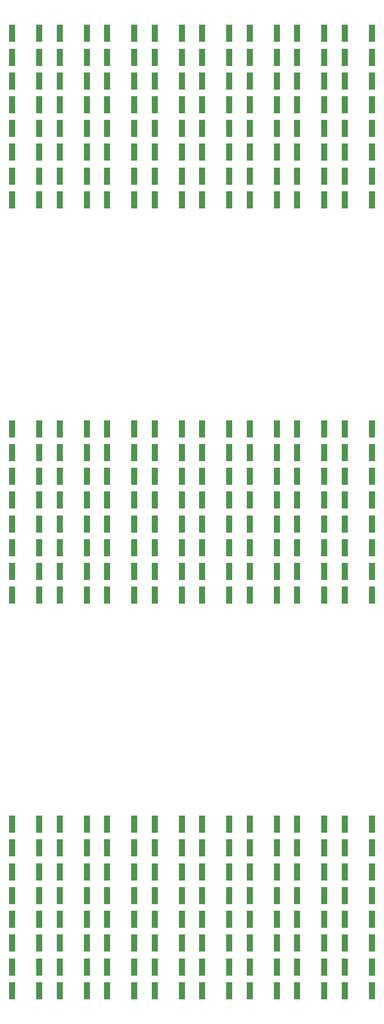
<source format=gbr>
G04 #@! TF.FileFunction,Paste,Top*
%FSLAX46Y46*%
G04 Gerber Fmt 4.6, Leading zero omitted, Abs format (unit mm)*
G04 Created by KiCad (PCBNEW 4.0.1-stable) date 11/01/2018 20:27:04*
%MOMM*%
G01*
G04 APERTURE LIST*
%ADD10C,0.100000*%
%ADD11R,1.000000X3.000000*%
G04 APERTURE END LIST*
D10*
D11*
X73700000Y-89500000D03*
X78300000Y-89500000D03*
X118300000Y-89500000D03*
X113700000Y-89500000D03*
X73700000Y-69500000D03*
X78300000Y-69500000D03*
X86300000Y-69500000D03*
X81700000Y-69500000D03*
X89700000Y-69500000D03*
X94300000Y-69500000D03*
X102300000Y-69500000D03*
X97700000Y-69500000D03*
X105700000Y-69500000D03*
X110300000Y-69500000D03*
X118300000Y-69500000D03*
X113700000Y-69500000D03*
X121700000Y-69500000D03*
X126300000Y-69500000D03*
X134300000Y-69500000D03*
X129700000Y-69500000D03*
X86300000Y-73500000D03*
X81700000Y-73500000D03*
X89700000Y-73500000D03*
X94300000Y-73500000D03*
X102300000Y-73500000D03*
X97700000Y-73500000D03*
X105700000Y-73500000D03*
X110300000Y-73500000D03*
X118300000Y-73500000D03*
X113700000Y-73500000D03*
X121700000Y-73500000D03*
X126300000Y-73500000D03*
X134300000Y-73500000D03*
X129700000Y-73500000D03*
X73700000Y-77500000D03*
X78300000Y-77500000D03*
X86300000Y-77500000D03*
X81700000Y-77500000D03*
X89700000Y-77500000D03*
X94300000Y-77500000D03*
X102300000Y-77500000D03*
X97700000Y-77500000D03*
X105700000Y-77500000D03*
X110300000Y-77500000D03*
X118300000Y-77500000D03*
X113700000Y-77500000D03*
X121700000Y-77500000D03*
X126300000Y-77500000D03*
X134300000Y-77500000D03*
X129700000Y-77500000D03*
X73700000Y-81500000D03*
X78300000Y-81500000D03*
X86300000Y-81500000D03*
X81700000Y-81500000D03*
X89700000Y-81500000D03*
X94300000Y-81500000D03*
X102300000Y-81500000D03*
X97700000Y-81500000D03*
X105700000Y-81500000D03*
X110300000Y-81500000D03*
X118300000Y-81500000D03*
X113700000Y-81500000D03*
X121700000Y-81500000D03*
X126300000Y-81500000D03*
X134300000Y-81500000D03*
X129700000Y-81500000D03*
X73700000Y-85500000D03*
X78300000Y-85500000D03*
X86300000Y-85500000D03*
X81700000Y-85500000D03*
X89700000Y-85500000D03*
X94300000Y-85500000D03*
X102300000Y-85500000D03*
X97700000Y-85500000D03*
X105700000Y-85500000D03*
X110300000Y-85500000D03*
X118300000Y-85500000D03*
X113700000Y-85500000D03*
X121700000Y-85500000D03*
X126300000Y-85500000D03*
X86300000Y-89500000D03*
X81700000Y-89500000D03*
X105700000Y-89500000D03*
X110300000Y-89500000D03*
X134300000Y-89500000D03*
X129700000Y-89500000D03*
X73700000Y-93500000D03*
X78300000Y-93500000D03*
X86300000Y-93500000D03*
X81700000Y-93500000D03*
X89700000Y-93500000D03*
X94300000Y-93500000D03*
X102300000Y-93500000D03*
X97700000Y-93500000D03*
X105700000Y-93500000D03*
X110300000Y-93500000D03*
X118300000Y-93500000D03*
X113700000Y-93500000D03*
X121700000Y-93500000D03*
X126300000Y-93500000D03*
X134300000Y-93500000D03*
X129700000Y-93500000D03*
X73700000Y-97500000D03*
X78300000Y-97500000D03*
X86300000Y-97500000D03*
X81700000Y-97500000D03*
X89700000Y-97500000D03*
X94300000Y-97500000D03*
X102300000Y-97500000D03*
X97700000Y-97500000D03*
X105700000Y-97500000D03*
X110300000Y-97500000D03*
X118300000Y-97500000D03*
X113700000Y-97500000D03*
X121700000Y-97500000D03*
X126300000Y-97500000D03*
X134300000Y-97500000D03*
X129700000Y-97500000D03*
X73700000Y-136000000D03*
X78300000Y-136000000D03*
X86300000Y-136000000D03*
X81700000Y-136000000D03*
X89700000Y-136000000D03*
X94300000Y-136000000D03*
X102300000Y-136000000D03*
X97700000Y-136000000D03*
X73700000Y-73500000D03*
X78300000Y-73500000D03*
X134300000Y-85500000D03*
X129700000Y-85500000D03*
X89700000Y-89500000D03*
X94300000Y-89500000D03*
X102300000Y-89500000D03*
X97700000Y-89500000D03*
X121700000Y-89500000D03*
X126300000Y-89500000D03*
X105700000Y-136000000D03*
X110300000Y-136000000D03*
X118300000Y-136000000D03*
X113700000Y-136000000D03*
X121700000Y-136000000D03*
X126300000Y-136000000D03*
X134300000Y-136000000D03*
X129700000Y-136000000D03*
X73700000Y-140000000D03*
X78300000Y-140000000D03*
X86300000Y-140000000D03*
X81700000Y-140000000D03*
X89700000Y-140000000D03*
X94300000Y-140000000D03*
X102300000Y-140000000D03*
X97700000Y-140000000D03*
X105700000Y-140000000D03*
X110300000Y-140000000D03*
X118300000Y-140000000D03*
X113700000Y-140000000D03*
X121700000Y-140000000D03*
X126300000Y-140000000D03*
X134300000Y-140000000D03*
X129700000Y-140000000D03*
X73700000Y-144000000D03*
X78300000Y-144000000D03*
X86300000Y-144000000D03*
X81700000Y-144000000D03*
X89700000Y-144000000D03*
X94300000Y-144000000D03*
X102300000Y-144000000D03*
X97700000Y-144000000D03*
X105700000Y-144000000D03*
X110300000Y-144000000D03*
X118300000Y-144000000D03*
X113700000Y-144000000D03*
X121700000Y-144000000D03*
X126300000Y-144000000D03*
X134300000Y-144000000D03*
X129700000Y-144000000D03*
X73700000Y-148000000D03*
X78300000Y-148000000D03*
X86300000Y-148000000D03*
X81700000Y-148000000D03*
X89700000Y-148000000D03*
X94300000Y-148000000D03*
X102300000Y-148000000D03*
X97700000Y-148000000D03*
X105700000Y-148000000D03*
X110300000Y-148000000D03*
X118300000Y-148000000D03*
X113700000Y-148000000D03*
X121700000Y-148000000D03*
X126300000Y-148000000D03*
X134300000Y-148000000D03*
X129700000Y-148000000D03*
X73700000Y-152000000D03*
X78300000Y-152000000D03*
X86300000Y-152000000D03*
X81700000Y-152000000D03*
X89700000Y-152000000D03*
X94300000Y-152000000D03*
X102300000Y-152000000D03*
X97700000Y-152000000D03*
X105700000Y-152000000D03*
X110300000Y-152000000D03*
X118300000Y-152000000D03*
X113700000Y-152000000D03*
X121700000Y-152000000D03*
X126300000Y-152000000D03*
X134300000Y-152000000D03*
X129700000Y-152000000D03*
X73700000Y-156000000D03*
X78300000Y-156000000D03*
X86300000Y-156000000D03*
X81700000Y-156000000D03*
X89700000Y-156000000D03*
X94300000Y-156000000D03*
X102300000Y-156000000D03*
X97700000Y-156000000D03*
X105700000Y-156000000D03*
X110300000Y-156000000D03*
X118300000Y-156000000D03*
X113700000Y-156000000D03*
X121700000Y-156000000D03*
X126300000Y-156000000D03*
X134300000Y-156000000D03*
X129700000Y-156000000D03*
X73700000Y-160000000D03*
X78300000Y-160000000D03*
X86300000Y-160000000D03*
X81700000Y-160000000D03*
X89700000Y-160000000D03*
X94300000Y-160000000D03*
X102300000Y-160000000D03*
X97700000Y-160000000D03*
X105700000Y-160000000D03*
X110300000Y-160000000D03*
X118300000Y-160000000D03*
X113700000Y-160000000D03*
X121700000Y-160000000D03*
X126300000Y-160000000D03*
X134300000Y-160000000D03*
X129700000Y-160000000D03*
X73700000Y-164000000D03*
X78300000Y-164000000D03*
X86300000Y-164000000D03*
X81700000Y-164000000D03*
X89700000Y-164000000D03*
X94300000Y-164000000D03*
X102300000Y-164000000D03*
X97700000Y-164000000D03*
X105700000Y-164000000D03*
X110300000Y-164000000D03*
X118300000Y-164000000D03*
X113700000Y-164000000D03*
X121700000Y-164000000D03*
X126300000Y-164000000D03*
X134300000Y-164000000D03*
X129700000Y-164000000D03*
X73700000Y-202500000D03*
X78300000Y-202500000D03*
X86300000Y-202500000D03*
X81700000Y-202500000D03*
X89700000Y-202500000D03*
X94300000Y-202500000D03*
X102300000Y-202500000D03*
X97700000Y-202500000D03*
X105700000Y-202500000D03*
X110300000Y-202500000D03*
X118300000Y-202500000D03*
X113700000Y-202500000D03*
X121700000Y-202500000D03*
X126300000Y-202500000D03*
X134300000Y-202500000D03*
X129700000Y-202500000D03*
X73700000Y-206500000D03*
X78300000Y-206500000D03*
X86300000Y-206500000D03*
X81700000Y-206500000D03*
X89700000Y-206500000D03*
X94300000Y-206500000D03*
X102300000Y-206500000D03*
X97700000Y-206500000D03*
X105700000Y-206500000D03*
X110300000Y-206500000D03*
X118300000Y-206500000D03*
X113700000Y-206500000D03*
X121700000Y-206500000D03*
X126300000Y-206500000D03*
X134300000Y-206500000D03*
X129700000Y-206500000D03*
X73700000Y-210500000D03*
X78300000Y-210500000D03*
X86300000Y-210500000D03*
X81700000Y-210500000D03*
X89700000Y-210500000D03*
X94300000Y-210500000D03*
X102300000Y-210500000D03*
X97700000Y-210500000D03*
X105700000Y-210500000D03*
X110300000Y-210500000D03*
X118300000Y-210500000D03*
X113700000Y-210500000D03*
X121700000Y-210500000D03*
X126300000Y-210500000D03*
X134300000Y-210500000D03*
X129700000Y-210500000D03*
X73700000Y-214500000D03*
X78300000Y-214500000D03*
X86300000Y-214500000D03*
X81700000Y-214500000D03*
X89700000Y-214500000D03*
X94300000Y-214500000D03*
X102300000Y-214500000D03*
X97700000Y-214500000D03*
X105700000Y-214500000D03*
X110300000Y-214500000D03*
X118300000Y-214500000D03*
X113700000Y-214500000D03*
X121700000Y-214500000D03*
X126300000Y-214500000D03*
X134300000Y-214500000D03*
X129700000Y-214500000D03*
X73700000Y-218500000D03*
X78300000Y-218500000D03*
X86300000Y-218500000D03*
X81700000Y-218500000D03*
X89700000Y-218500000D03*
X94300000Y-218500000D03*
X102300000Y-218500000D03*
X97700000Y-218500000D03*
X105700000Y-218500000D03*
X110300000Y-218500000D03*
X118300000Y-218500000D03*
X113700000Y-218500000D03*
X121700000Y-218500000D03*
X126300000Y-218500000D03*
X134300000Y-218500000D03*
X129700000Y-218500000D03*
X73700000Y-222500000D03*
X78300000Y-222500000D03*
X86300000Y-222500000D03*
X81700000Y-222500000D03*
X89700000Y-222500000D03*
X94300000Y-222500000D03*
X102300000Y-222500000D03*
X97700000Y-222500000D03*
X105700000Y-222500000D03*
X110300000Y-222500000D03*
X118300000Y-222500000D03*
X113700000Y-222500000D03*
X121700000Y-222500000D03*
X126300000Y-222500000D03*
X134300000Y-222500000D03*
X129700000Y-222500000D03*
X73700000Y-226500000D03*
X78300000Y-226500000D03*
X86300000Y-226500000D03*
X81700000Y-226500000D03*
X89700000Y-226500000D03*
X94300000Y-226500000D03*
X102300000Y-226500000D03*
X97700000Y-226500000D03*
X105700000Y-226500000D03*
X110300000Y-226500000D03*
X118300000Y-226500000D03*
X113700000Y-226500000D03*
X121700000Y-226500000D03*
X126300000Y-226500000D03*
X134300000Y-226500000D03*
X129700000Y-226500000D03*
X73700000Y-230500000D03*
X78300000Y-230500000D03*
X86300000Y-230500000D03*
X81700000Y-230500000D03*
X89700000Y-230500000D03*
X94300000Y-230500000D03*
X102300000Y-230500000D03*
X97700000Y-230500000D03*
X105700000Y-230500000D03*
X110300000Y-230500000D03*
X118300000Y-230500000D03*
X113700000Y-230500000D03*
X121700000Y-230500000D03*
X126300000Y-230500000D03*
X134300000Y-230500000D03*
X129700000Y-230500000D03*
M02*

</source>
